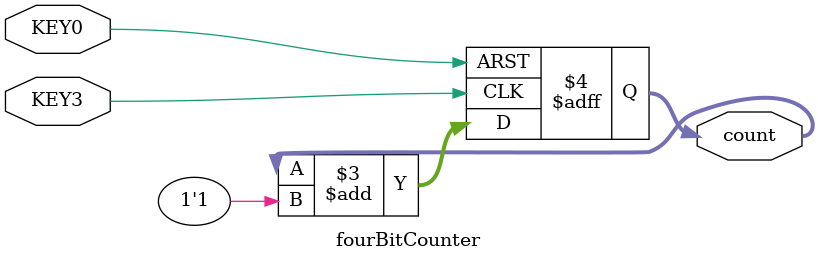
<source format=v>

module fourBitCounter(
    input KEY3,
	 input KEY0,
    output reg [3:0] count
);
   always @(negedge KEY3,  negedge KEY0) begin
      if (!KEY0) begin
         count <= 4'b0000; // Reset state
      end else begin
         count <= count + 1'b1; // Increment on enable
		end
	end
endmodule


</source>
